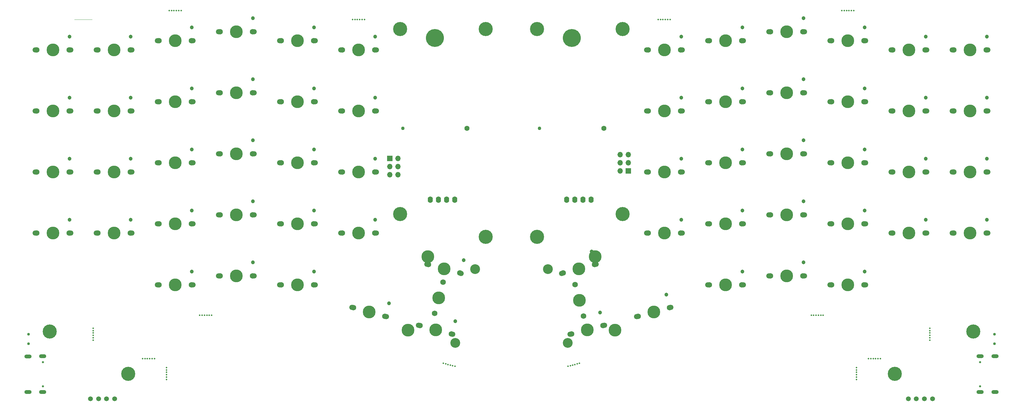
<source format=gts>
%TF.GenerationSoftware,KiCad,Pcbnew,6.0.11-3.fc37*%
%TF.CreationDate,2023-03-28T23:22:27+01:00*%
%TF.ProjectId,ISS,4953532e-6b69-4636-9164-5f7063625858,1*%
%TF.SameCoordinates,Original*%
%TF.FileFunction,Soldermask,Top*%
%TF.FilePolarity,Negative*%
%FSLAX46Y46*%
G04 Gerber Fmt 4.6, Leading zero omitted, Abs format (unit mm)*
G04 Created by KiCad (PCBNEW 6.0.11-3.fc37) date 2023-03-28 23:22:27*
%MOMM*%
%LPD*%
G01*
G04 APERTURE LIST*
%ADD10C,0.100000*%
%ADD11C,5.600000*%
%ADD12O,1.600000X2.000000*%
%ADD13C,0.500000*%
%ADD14C,3.987800*%
%ADD15C,3.048000*%
%ADD16C,1.750000*%
%ADD17C,1.500000*%
%ADD18C,1.200000*%
%ADD19C,3.400000*%
%ADD20C,1.700000*%
%ADD21C,4.400000*%
%ADD22C,1.100000*%
%ADD23C,1.600000*%
%ADD24C,0.650000*%
%ADD25O,2.250000X1.200000*%
%ADD26R,1.700000X1.700000*%
%ADD27O,1.700000X1.700000*%
%ADD28C,0.850000*%
G04 APERTURE END LIST*
D10*
X16200000Y-5715000D02*
X21700000Y-5715000D01*
D11*
%TO.C,H1*%
X128575000Y-11475000D03*
%TD*%
D12*
%TO.C,J105*%
X177305358Y-61950001D03*
X174765358Y-61950001D03*
X172225358Y-61950001D03*
X169685358Y-61950001D03*
%TD*%
D11*
%TO.C,H101*%
X171225000Y-11475000D03*
%TD*%
D13*
%TO.C,MO1*%
X59000000Y-98057500D03*
X55300000Y-98057500D03*
X56780000Y-98057500D03*
X57520000Y-98057500D03*
X58260000Y-98057500D03*
X56040000Y-98057500D03*
%TD*%
%TO.C,MO7*%
X265205000Y-111532500D03*
X264465000Y-111532500D03*
X266685000Y-111532500D03*
X263725000Y-111532500D03*
X267425000Y-111532500D03*
X265945000Y-111532500D03*
%TD*%
%TO.C,MO5*%
X259958568Y-116570000D03*
X259958568Y-115090000D03*
X259958568Y-114350000D03*
X259958568Y-118050000D03*
X259958568Y-115830000D03*
X259958568Y-117310000D03*
%TD*%
%TO.C,MO6*%
X282850000Y-105035000D03*
X282850000Y-104295000D03*
X282850000Y-103555000D03*
X282850000Y-102815000D03*
X282850000Y-102075000D03*
X282850000Y-105775000D03*
%TD*%
%TO.C,MO4*%
X105145000Y-5765000D03*
X103665000Y-5765000D03*
X102925000Y-5765000D03*
X106625000Y-5765000D03*
X105885000Y-5765000D03*
X104405000Y-5765000D03*
%TD*%
D14*
%TO.C,S1*%
X126390120Y-79718971D03*
X120226991Y-102720080D03*
D15*
X141110829Y-83663374D03*
X134947701Y-106664482D03*
%TD*%
D13*
%TO.C,MO3*%
X132678017Y-113401149D03*
X134822373Y-113975727D03*
X133392803Y-113592675D03*
X131963232Y-113209623D03*
X131248447Y-113018096D03*
X134107588Y-113784201D03*
%TD*%
D12*
%TO.C,J5*%
X127114642Y-61950001D03*
X129654642Y-61950001D03*
X132194642Y-61950001D03*
X134734642Y-61950001D03*
%TD*%
D14*
%TO.C,S101*%
X178518675Y-79719745D03*
D15*
X163797966Y-83664148D03*
X169961094Y-106665256D03*
D14*
X184681804Y-102720854D03*
%TD*%
D13*
%TO.C,MO2*%
X45775000Y-2907500D03*
X49475000Y-2907500D03*
X48735000Y-2907500D03*
X47255000Y-2907500D03*
X46515000Y-2907500D03*
X47995000Y-2907500D03*
%TD*%
%TO.C,MO101*%
X198175000Y-5765000D03*
X201875000Y-5765000D03*
X200395000Y-5765000D03*
X201135000Y-5765000D03*
X198915000Y-5765000D03*
X199655000Y-5765000D03*
%TD*%
D14*
%TO.C,MX_SW1*%
X9525000Y-15240000D03*
D16*
X4445000Y-15240000D03*
X14605000Y-15240000D03*
%TD*%
D17*
%TO.C,J8*%
X276158568Y-124107500D03*
X278658568Y-124107500D03*
X281158568Y-124107500D03*
X283658568Y-124107500D03*
%TD*%
D16*
%TO.C,MX_SW7*%
X4445000Y-34290000D03*
X14605000Y-34290000D03*
D14*
X9525000Y-34290000D03*
%TD*%
D18*
%TO.C,CH_SW20*%
X33795000Y-68190000D03*
D19*
X28575000Y-72390000D03*
D20*
X34075000Y-72390000D03*
X23075000Y-72390000D03*
%TD*%
D21*
%TO.C,W103*%
X160454284Y-73566746D03*
%TD*%
D14*
%TO.C,MX_SW108*%
X276333568Y-34290000D03*
D16*
X271253568Y-34290000D03*
X281413568Y-34290000D03*
%TD*%
D14*
%TO.C,MX_SW101*%
X295383568Y-15240000D03*
D16*
X290303568Y-15240000D03*
X300463568Y-15240000D03*
%TD*%
D19*
%TO.C,CH_SW6*%
X104775000Y-15240000D03*
D20*
X99275000Y-15240000D03*
D18*
X109995000Y-11040000D03*
D20*
X110275000Y-15240000D03*
%TD*%
D21*
%TO.C,W101*%
X160454284Y-8715000D03*
%TD*%
D16*
%TO.C,MX_SW22*%
X61595000Y-66675000D03*
X71755000Y-66675000D03*
D14*
X66675000Y-66675000D03*
%TD*%
D21*
%TO.C,W104*%
X187133568Y-8715000D03*
%TD*%
D16*
%TO.C,MX_SW4*%
X61595000Y-9525000D03*
D14*
X66675000Y-9525000D03*
D16*
X71755000Y-9525000D03*
%TD*%
D14*
%TO.C,MX_SW30*%
X128816795Y-102557295D03*
D16*
X133723698Y-103872096D03*
X123909892Y-101242494D03*
%TD*%
%TO.C,MX_SW23*%
X90805000Y-69532500D03*
D14*
X85725000Y-69532500D03*
D16*
X80645000Y-69532500D03*
%TD*%
D19*
%TO.C,CH_SW27*%
X66675000Y-85725000D03*
D20*
X72175000Y-85725000D03*
D18*
X71895000Y-81525000D03*
D20*
X61175000Y-85725000D03*
%TD*%
D18*
%TO.C,CH_SW13*%
X14745000Y-49140000D03*
D20*
X15025000Y-53340000D03*
D19*
X9525000Y-53340000D03*
D20*
X4025000Y-53340000D03*
%TD*%
%TO.C,CH_SW7*%
X15025000Y-34290000D03*
X4025000Y-34290000D03*
D18*
X14745000Y-30090000D03*
D19*
X9525000Y-34290000D03*
%TD*%
D13*
%TO.C,MO107*%
X40443568Y-111532500D03*
X39703568Y-111532500D03*
X38223568Y-111532500D03*
X38963568Y-111532500D03*
X37483568Y-111532500D03*
X41183568Y-111532500D03*
%TD*%
D16*
%TO.C,MX_SW21*%
X42545000Y-69532500D03*
X52705000Y-69532500D03*
D14*
X47625000Y-69532500D03*
%TD*%
D22*
%TO.C,M101*%
X161225000Y-39725001D03*
D23*
X181225000Y-39725001D03*
%TD*%
D24*
%TO.C,J1*%
X298473568Y-120177501D03*
X298473568Y-112677501D03*
D25*
X298553568Y-110852501D03*
X298553568Y-122002501D03*
X303153568Y-121982501D03*
X303153568Y-110832501D03*
%TD*%
D14*
%TO.C,MX_SW129*%
X196792772Y-97010479D03*
D16*
X191885869Y-98325280D03*
X201699675Y-95695678D03*
%TD*%
D19*
%TO.C,CH_SW10*%
X66675000Y-28575000D03*
D20*
X72175000Y-28575000D03*
D18*
X71895000Y-24375000D03*
D20*
X61175000Y-28575000D03*
%TD*%
D14*
%TO.C,MX_SW14*%
X28575000Y-53340000D03*
D16*
X33655000Y-53340000D03*
X23495000Y-53340000D03*
%TD*%
D14*
%TO.C,MX_SW10*%
X66675000Y-28575000D03*
D16*
X61595000Y-28575000D03*
X71755000Y-28575000D03*
%TD*%
D14*
%TO.C,MX_SW31*%
X129779515Y-92565186D03*
D16*
X131094316Y-87658283D03*
X128464714Y-97472089D03*
%TD*%
D14*
%TO.C,MX_SW16*%
X66675000Y-47625000D03*
D16*
X61595000Y-47625000D03*
X71755000Y-47625000D03*
%TD*%
%TO.C,MX_SW117*%
X224263568Y-50482500D03*
D14*
X219183568Y-50482500D03*
D16*
X214103568Y-50482500D03*
%TD*%
%TO.C,MX_SW8*%
X33655000Y-34290000D03*
X23495000Y-34290000D03*
D14*
X28575000Y-34290000D03*
%TD*%
D16*
%TO.C,MX_SW24*%
X99695000Y-72390000D03*
D14*
X104775000Y-72390000D03*
D16*
X109855000Y-72390000D03*
%TD*%
D18*
%TO.C,CH_SW28*%
X90945000Y-84382500D03*
D20*
X91225000Y-88582500D03*
D19*
X85725000Y-88582500D03*
D20*
X80225000Y-88582500D03*
%TD*%
D18*
%TO.C,CH_SW22*%
X71895000Y-62475000D03*
D19*
X66675000Y-66675000D03*
D20*
X72175000Y-66675000D03*
X61175000Y-66675000D03*
%TD*%
%TO.C,CH_SW21*%
X42125000Y-69532500D03*
D18*
X52845000Y-65332500D03*
D20*
X53125000Y-69532500D03*
D19*
X47625000Y-69532500D03*
%TD*%
D16*
%TO.C,MX_SW25*%
X126540284Y-82225294D03*
X136354090Y-84854896D03*
D14*
X131447187Y-83540095D03*
%TD*%
D20*
%TO.C,CH_SW102*%
X281833568Y-15240000D03*
D18*
X281553568Y-11040000D03*
D20*
X270833568Y-15240000D03*
D19*
X276333568Y-15240000D03*
%TD*%
D20*
%TO.C,CH_SW9*%
X42125000Y-31432500D03*
D19*
X47625000Y-31432500D03*
D20*
X53125000Y-31432500D03*
D18*
X52845000Y-27232500D03*
%TD*%
D16*
%TO.C,MX_SW3*%
X42545000Y-12382500D03*
D14*
X47625000Y-12382500D03*
D16*
X52705000Y-12382500D03*
%TD*%
D20*
%TO.C,CH_SW3*%
X53125000Y-12382500D03*
X42125000Y-12382500D03*
D18*
X52845000Y-8182500D03*
D19*
X47625000Y-12382500D03*
%TD*%
D16*
%TO.C,MX_SW110*%
X243313568Y-28575000D03*
X233153568Y-28575000D03*
D14*
X238233568Y-28575000D03*
%TD*%
D16*
%TO.C,MX_SW17*%
X80645000Y-50482500D03*
X90805000Y-50482500D03*
D14*
X85725000Y-50482500D03*
%TD*%
D20*
%TO.C,CH_SW8*%
X34075000Y-34290000D03*
D18*
X33795000Y-30090000D03*
D19*
X28575000Y-34290000D03*
D20*
X23075000Y-34290000D03*
%TD*%
D16*
%TO.C,MX_SW28*%
X80645000Y-88582500D03*
D14*
X85725000Y-88582500D03*
D16*
X90805000Y-88582500D03*
%TD*%
D20*
%TO.C,CH_SW30*%
X134129387Y-103980800D03*
X123504203Y-101133790D03*
D18*
X134945968Y-99851442D03*
D19*
X128816795Y-102557295D03*
%TD*%
D16*
%TO.C,MX_SW13*%
X14605000Y-53340000D03*
D14*
X9525000Y-53340000D03*
D16*
X4445000Y-53340000D03*
%TD*%
%TO.C,MX_SW114*%
X271253568Y-53340000D03*
X281413568Y-53340000D03*
D14*
X276333568Y-53340000D03*
%TD*%
D21*
%TO.C,W3*%
X117775000Y-66418053D03*
%TD*%
D14*
%TO.C,MX_SW118*%
X200133568Y-53340000D03*
D16*
X195053568Y-53340000D03*
X205213568Y-53340000D03*
%TD*%
D20*
%TO.C,CH_SW114*%
X281833568Y-53340000D03*
D18*
X281553568Y-49140000D03*
D20*
X270833568Y-53340000D03*
D19*
X276333568Y-53340000D03*
%TD*%
D14*
%TO.C,MX_SW106*%
X200133568Y-15240000D03*
D16*
X195053568Y-15240000D03*
X205213568Y-15240000D03*
%TD*%
%TO.C,MX_SW11*%
X80645000Y-31432500D03*
X90805000Y-31432500D03*
D14*
X85725000Y-31432500D03*
%TD*%
D20*
%TO.C,CH_SW16*%
X61175000Y-47625000D03*
X72175000Y-47625000D03*
D18*
X71895000Y-43425000D03*
D19*
X66675000Y-47625000D03*
%TD*%
D13*
%TO.C,MO103*%
X171515766Y-113592675D03*
X172230552Y-113401149D03*
X170800981Y-113784201D03*
X172945337Y-113209623D03*
X173660122Y-113018096D03*
X170086196Y-113975727D03*
%TD*%
D19*
%TO.C,CH_SW5*%
X85725000Y-12382500D03*
D20*
X80225000Y-12382500D03*
X91225000Y-12382500D03*
D18*
X90945000Y-8182500D03*
%TD*%
D14*
%TO.C,MX_SW112*%
X200133568Y-34290000D03*
D16*
X205213568Y-34290000D03*
X195053568Y-34290000D03*
%TD*%
D18*
%TO.C,CH_SW12*%
X109995000Y-30090000D03*
D19*
X104775000Y-34290000D03*
D20*
X99275000Y-34290000D03*
X110275000Y-34290000D03*
%TD*%
%TO.C,CH_SW24*%
X99275000Y-72390000D03*
D18*
X109995000Y-68190000D03*
D20*
X110275000Y-72390000D03*
D19*
X104775000Y-72390000D03*
%TD*%
D16*
%TO.C,MX_SW9*%
X52705000Y-31432500D03*
D14*
X47625000Y-31432500D03*
D16*
X42545000Y-31432500D03*
%TD*%
%TO.C,MX_SW121*%
X252203568Y-69532500D03*
X262363568Y-69532500D03*
D14*
X257283568Y-69532500D03*
%TD*%
D16*
%TO.C,MX_SW130*%
X171184871Y-103872096D03*
D14*
X176091774Y-102557295D03*
D16*
X180998677Y-101242494D03*
%TD*%
%TO.C,MX_SW119*%
X300463568Y-72390000D03*
D14*
X295383568Y-72390000D03*
D16*
X290303568Y-72390000D03*
%TD*%
D14*
%TO.C,MX_SW26*%
X47625000Y-88582500D03*
D16*
X52705000Y-88582500D03*
X42545000Y-88582500D03*
%TD*%
D18*
%TO.C,CH_SW104*%
X243453568Y-5325000D03*
D19*
X238233568Y-9525000D03*
D20*
X243733568Y-9525000D03*
X232733568Y-9525000D03*
%TD*%
D14*
%TO.C,MX_SW116*%
X238233568Y-47625000D03*
D16*
X233153568Y-47625000D03*
X243313568Y-47625000D03*
%TD*%
%TO.C,MX_SW127*%
X233153568Y-85725000D03*
X243313568Y-85725000D03*
D14*
X238233568Y-85725000D03*
%TD*%
D16*
%TO.C,MX_SW19*%
X14605000Y-72390000D03*
D14*
X9525000Y-72390000D03*
D16*
X4445000Y-72390000D03*
%TD*%
D20*
%TO.C,CH_SW123*%
X213683568Y-69532500D03*
D19*
X219183568Y-69532500D03*
D20*
X224683568Y-69532500D03*
D18*
X224403568Y-65332500D03*
%TD*%
D16*
%TO.C,MX_SW120*%
X281413568Y-72390000D03*
D14*
X276333568Y-72390000D03*
D16*
X271253568Y-72390000D03*
%TD*%
D14*
%TO.C,MX_SW18*%
X104775000Y-53340000D03*
D16*
X99695000Y-53340000D03*
X109855000Y-53340000D03*
%TD*%
D19*
%TO.C,CH_SW23*%
X85725000Y-69532500D03*
D20*
X91225000Y-69532500D03*
D18*
X90945000Y-65332500D03*
D20*
X80225000Y-69532500D03*
%TD*%
%TO.C,CH_SW103*%
X262783568Y-12382500D03*
D19*
X257283568Y-12382500D03*
D20*
X251783568Y-12382500D03*
D18*
X262503568Y-8182500D03*
%TD*%
D20*
%TO.C,CH_SW15*%
X53125000Y-50482500D03*
D18*
X52845000Y-46282500D03*
D20*
X42125000Y-50482500D03*
D19*
X47625000Y-50482500D03*
%TD*%
D16*
%TO.C,MX_SW113*%
X300463568Y-53340000D03*
X290303568Y-53340000D03*
D14*
X295383568Y-53340000D03*
%TD*%
D26*
%TO.C,J4*%
X114510000Y-49075000D03*
D27*
X117050000Y-49075000D03*
X114510000Y-51615000D03*
X117050000Y-51615000D03*
X114510000Y-54155000D03*
X117050000Y-54155000D03*
%TD*%
D20*
%TO.C,CH_SW106*%
X194633568Y-15240000D03*
D18*
X205353568Y-11040000D03*
D19*
X200133568Y-15240000D03*
D20*
X205633568Y-15240000D03*
%TD*%
D13*
%TO.C,MO106*%
X22058568Y-102075000D03*
X22058568Y-105775000D03*
X22058568Y-102815000D03*
X22058568Y-104295000D03*
X22058568Y-105035000D03*
X22058568Y-103555000D03*
%TD*%
D19*
%TO.C,CH_SW4*%
X66675000Y-9525000D03*
D18*
X71895000Y-5325000D03*
D20*
X72175000Y-9525000D03*
X61175000Y-9525000D03*
%TD*%
D16*
%TO.C,MX_SW111*%
X224263568Y-31432500D03*
D14*
X219183568Y-31432500D03*
D16*
X214103568Y-31432500D03*
%TD*%
D18*
%TO.C,CH_SW116*%
X243453568Y-43425000D03*
D20*
X243733568Y-47625000D03*
D19*
X238233568Y-47625000D03*
D20*
X232733568Y-47625000D03*
%TD*%
D19*
%TO.C,CH_SW115*%
X257283568Y-50482500D03*
D20*
X251783568Y-50482500D03*
X262783568Y-50482500D03*
D18*
X262503568Y-46282500D03*
%TD*%
%TO.C,CH_SW117*%
X224403568Y-46282500D03*
D20*
X213683568Y-50482500D03*
D19*
X219183568Y-50482500D03*
D20*
X224683568Y-50482500D03*
%TD*%
D16*
%TO.C,MX_SW27*%
X71755000Y-85725000D03*
D14*
X66675000Y-85725000D03*
D16*
X61595000Y-85725000D03*
%TD*%
%TO.C,MX_SW15*%
X52705000Y-50482500D03*
D14*
X47625000Y-50482500D03*
D16*
X42545000Y-50482500D03*
%TD*%
D18*
%TO.C,CH_SW1*%
X14745000Y-11040000D03*
D20*
X15025000Y-15240000D03*
D19*
X9525000Y-15240000D03*
D20*
X4025000Y-15240000D03*
%TD*%
D14*
%TO.C,MX_SW12*%
X104775000Y-34290000D03*
D16*
X99695000Y-34290000D03*
X109855000Y-34290000D03*
%TD*%
D26*
%TO.C,J103*%
X188908568Y-53000000D03*
D27*
X186368568Y-53000000D03*
X188908568Y-50460000D03*
X186368568Y-50460000D03*
X188908568Y-47920000D03*
X186368568Y-47920000D03*
%TD*%
D24*
%TO.C,J101*%
X6435000Y-112677501D03*
X6435000Y-120177501D03*
D25*
X6355000Y-122002501D03*
X1755000Y-122022501D03*
X1755000Y-110872501D03*
X6355000Y-110852501D03*
%TD*%
D20*
%TO.C,CH_SW130*%
X181404366Y-101133790D03*
X170779182Y-103980800D03*
D19*
X176091774Y-102557295D03*
D18*
X180046867Y-97149371D03*
%TD*%
D19*
%TO.C,CH_SW29*%
X108115797Y-97010479D03*
D20*
X102803205Y-95586974D03*
X113428389Y-98433984D03*
D18*
X114244970Y-94304626D03*
%TD*%
D20*
%TO.C,CH_SW18*%
X110275000Y-53340000D03*
D18*
X109995000Y-49140000D03*
D19*
X104775000Y-53340000D03*
D20*
X99275000Y-53340000D03*
%TD*%
D21*
%TO.C,W1*%
X117775000Y-8715000D03*
%TD*%
D16*
%TO.C,MX_SW115*%
X262363568Y-50482500D03*
D14*
X257283568Y-50482500D03*
D16*
X252203568Y-50482500D03*
%TD*%
D14*
%TO.C,MX_SW104*%
X238233568Y-9525000D03*
D16*
X243313568Y-9525000D03*
X233153568Y-9525000D03*
%TD*%
%TO.C,MX_SW102*%
X271253568Y-15240000D03*
X281413568Y-15240000D03*
D14*
X276333568Y-15240000D03*
%TD*%
D23*
%TO.C,M1*%
X138575000Y-39725001D03*
D22*
X118575000Y-39725001D03*
%TD*%
D20*
%TO.C,CH_SW17*%
X80225000Y-50482500D03*
D18*
X90945000Y-46282500D03*
D20*
X91225000Y-50482500D03*
D19*
X85725000Y-50482500D03*
%TD*%
D18*
%TO.C,CH_SW11*%
X90945000Y-27232500D03*
D20*
X91225000Y-31432500D03*
X80225000Y-31432500D03*
D19*
X85725000Y-31432500D03*
%TD*%
D21*
%TO.C,W2*%
X144454284Y-8715000D03*
%TD*%
D14*
%TO.C,MX_SW105*%
X219183568Y-12382500D03*
D16*
X214103568Y-12382500D03*
X224263568Y-12382500D03*
%TD*%
%TO.C,MX_SW122*%
X243313568Y-66675000D03*
X233153568Y-66675000D03*
D14*
X238233568Y-66675000D03*
%TD*%
D19*
%TO.C,CH_SW111*%
X219183568Y-31432500D03*
D20*
X213683568Y-31432500D03*
X224683568Y-31432500D03*
D18*
X224403568Y-27232500D03*
%TD*%
D21*
%TO.C,M102*%
X8500000Y-103107500D03*
%TD*%
D16*
%TO.C,MX_SW107*%
X300463568Y-34290000D03*
D14*
X295383568Y-34290000D03*
D16*
X290303568Y-34290000D03*
%TD*%
D21*
%TO.C,W102*%
X187133568Y-66418053D03*
%TD*%
D18*
%TO.C,CH_SW105*%
X224403568Y-8182500D03*
D19*
X219183568Y-12382500D03*
D20*
X224683568Y-12382500D03*
X213683568Y-12382500D03*
%TD*%
%TO.C,CH_SW2*%
X34075000Y-15240000D03*
D18*
X33795000Y-11040000D03*
D20*
X23075000Y-15240000D03*
D19*
X28575000Y-15240000D03*
%TD*%
D18*
%TO.C,CH_SW120*%
X281553568Y-68190000D03*
D20*
X281833568Y-72390000D03*
X270833568Y-72390000D03*
D19*
X276333568Y-72390000D03*
%TD*%
D18*
%TO.C,CH_SW101*%
X300603568Y-11040000D03*
D20*
X300883568Y-15240000D03*
D19*
X295383568Y-15240000D03*
D20*
X289883568Y-15240000D03*
%TD*%
D14*
%TO.C,MX_SW131*%
X173626522Y-93356851D03*
D16*
X172311721Y-88449948D03*
X174941323Y-98263754D03*
%TD*%
D18*
%TO.C,CH_SW113*%
X300603568Y-49140000D03*
D20*
X300883568Y-53340000D03*
X289883568Y-53340000D03*
D19*
X295383568Y-53340000D03*
%TD*%
D18*
%TO.C,CH_SW14*%
X33795000Y-49140000D03*
D20*
X23075000Y-53340000D03*
X34075000Y-53340000D03*
D19*
X28575000Y-53340000D03*
%TD*%
D16*
%TO.C,MX_SW6*%
X109855000Y-15240000D03*
D14*
X104775000Y-15240000D03*
D16*
X99695000Y-15240000D03*
%TD*%
D18*
%TO.C,CH_SW125*%
X177416475Y-78132171D03*
D20*
X168148790Y-84963600D03*
X178773974Y-82116590D03*
D19*
X173461382Y-83540095D03*
%TD*%
%TO.C,CH_SW124*%
X200133568Y-72390000D03*
D20*
X194633568Y-72390000D03*
D18*
X205353568Y-68190000D03*
D20*
X205633568Y-72390000D03*
%TD*%
D28*
%TO.C,SW101*%
X1920000Y-106957500D03*
X1920000Y-103957500D03*
%TD*%
D18*
%TO.C,CH_SW118*%
X205353568Y-49140000D03*
D19*
X200133568Y-53340000D03*
D20*
X205633568Y-53340000D03*
X194633568Y-53340000D03*
%TD*%
D13*
%TO.C,MO105*%
X44950000Y-115090000D03*
X44950000Y-117310000D03*
X44950000Y-115830000D03*
X44950000Y-116570000D03*
X44950000Y-118050000D03*
X44950000Y-114350000D03*
%TD*%
D16*
%TO.C,MX_SW123*%
X224263568Y-69532500D03*
D14*
X219183568Y-69532500D03*
D16*
X214103568Y-69532500D03*
%TD*%
D14*
%TO.C,MX_SW109*%
X257283568Y-31432500D03*
D16*
X252203568Y-31432500D03*
X262363568Y-31432500D03*
%TD*%
D19*
%TO.C,CH_SW110*%
X238233568Y-28575000D03*
D20*
X232733568Y-28575000D03*
D18*
X243453568Y-24375000D03*
D20*
X243733568Y-28575000D03*
%TD*%
D13*
%TO.C,MO104*%
X246648568Y-98057500D03*
X245908568Y-98057500D03*
X249608568Y-98057500D03*
X247388568Y-98057500D03*
X248128568Y-98057500D03*
X248868568Y-98057500D03*
%TD*%
D18*
%TO.C,CH_SW19*%
X14745000Y-68190000D03*
D20*
X15025000Y-72390000D03*
X4025000Y-72390000D03*
D19*
X9525000Y-72390000D03*
%TD*%
D17*
%TO.C,J107*%
X21250000Y-124107500D03*
X23750000Y-124107500D03*
X26250000Y-124107500D03*
X28750000Y-124107500D03*
%TD*%
D20*
%TO.C,CH_SW112*%
X205633568Y-34290000D03*
D19*
X200133568Y-34290000D03*
D18*
X205353568Y-30090000D03*
D20*
X194633568Y-34290000D03*
%TD*%
D16*
%TO.C,MX_SW126*%
X262363568Y-88582500D03*
X252203568Y-88582500D03*
D14*
X257283568Y-88582500D03*
%TD*%
D18*
%TO.C,CH_SW126*%
X262503568Y-84382500D03*
D19*
X257283568Y-88582500D03*
D20*
X251783568Y-88582500D03*
X262783568Y-88582500D03*
%TD*%
D16*
%TO.C,MX_SW128*%
X224263568Y-88582500D03*
X214103568Y-88582500D03*
D14*
X219183568Y-88582500D03*
%TD*%
%TO.C,MX_SW125*%
X173461382Y-83540095D03*
D16*
X178368285Y-82225294D03*
X168554479Y-84854896D03*
%TD*%
D14*
%TO.C,MX_SW5*%
X85725000Y-12382500D03*
D16*
X80645000Y-12382500D03*
X90805000Y-12382500D03*
%TD*%
D14*
%TO.C,MX_SW20*%
X28575000Y-72390000D03*
D16*
X23495000Y-72390000D03*
X33655000Y-72390000D03*
%TD*%
D20*
%TO.C,CH_SW119*%
X300883568Y-72390000D03*
D19*
X295383568Y-72390000D03*
D18*
X300603568Y-68190000D03*
D20*
X289883568Y-72390000D03*
%TD*%
D19*
%TO.C,CH_SW109*%
X257283568Y-31432500D03*
D20*
X251783568Y-31432500D03*
D18*
X262503568Y-27232500D03*
D20*
X262783568Y-31432500D03*
%TD*%
D21*
%TO.C,M103*%
X33000000Y-116307500D03*
%TD*%
D20*
%TO.C,CH_SW121*%
X262783568Y-69532500D03*
X251783568Y-69532500D03*
D19*
X257283568Y-69532500D03*
D18*
X262503568Y-65332500D03*
%TD*%
D21*
%TO.C,M2*%
X296408568Y-103107500D03*
%TD*%
D20*
%TO.C,CH_SW107*%
X300883568Y-34290000D03*
D19*
X295383568Y-34290000D03*
D20*
X289883568Y-34290000D03*
D18*
X300603568Y-30090000D03*
%TD*%
D20*
%TO.C,CH_SW128*%
X224683568Y-88582500D03*
X213683568Y-88582500D03*
D19*
X219183568Y-88582500D03*
D18*
X224403568Y-84382500D03*
%TD*%
D14*
%TO.C,MX_SW29*%
X108115797Y-97010479D03*
D16*
X113022700Y-98325280D03*
X103208894Y-95695678D03*
%TD*%
%TO.C,MX_SW124*%
X195053568Y-72390000D03*
D14*
X200133568Y-72390000D03*
D16*
X205213568Y-72390000D03*
%TD*%
D21*
%TO.C,W4*%
X144454284Y-73566746D03*
%TD*%
D16*
%TO.C,MX_SW103*%
X262363568Y-12382500D03*
D14*
X257283568Y-12382500D03*
D16*
X252203568Y-12382500D03*
%TD*%
D20*
%TO.C,CH_SW26*%
X42125000Y-88582500D03*
D18*
X52845000Y-84382500D03*
D19*
X47625000Y-88582500D03*
D20*
X53125000Y-88582500D03*
%TD*%
D18*
%TO.C,CH_SW25*%
X137576361Y-80834243D03*
D19*
X131447188Y-83540096D03*
D20*
X136759780Y-84963601D03*
X126134596Y-82116591D03*
%TD*%
D18*
%TO.C,CH_SW129*%
X200747865Y-91602555D03*
D19*
X196792772Y-97010479D03*
D20*
X202105364Y-95586974D03*
X191480180Y-98433984D03*
%TD*%
D13*
%TO.C,MO102*%
X258393568Y-2907500D03*
X257653568Y-2907500D03*
X256173568Y-2907500D03*
X256913568Y-2907500D03*
X255433568Y-2907500D03*
X259133568Y-2907500D03*
%TD*%
D28*
%TO.C,SW1*%
X302988568Y-106957500D03*
X302988568Y-103957500D03*
%TD*%
D19*
%TO.C,CH_SW122*%
X238233568Y-66675000D03*
D18*
X243453568Y-62475000D03*
D20*
X243733568Y-66675000D03*
X232733568Y-66675000D03*
%TD*%
D21*
%TO.C,M3*%
X271908568Y-116307500D03*
%TD*%
D19*
%TO.C,CH_SW127*%
X238233568Y-85725000D03*
D20*
X243733568Y-85725000D03*
D18*
X243453568Y-81525000D03*
D20*
X232733568Y-85725000D03*
%TD*%
%TO.C,CH_SW108*%
X270833568Y-34290000D03*
X281833568Y-34290000D03*
D18*
X281553568Y-30090000D03*
D19*
X276333568Y-34290000D03*
%TD*%
D14*
%TO.C,MX_SW2*%
X28575000Y-15240000D03*
D16*
X23495000Y-15240000D03*
X33655000Y-15240000D03*
%TD*%
M02*

</source>
